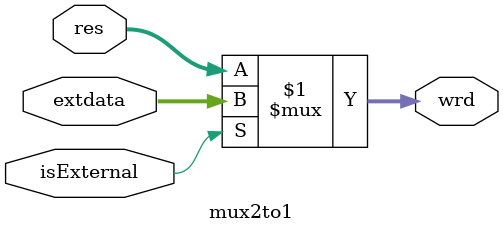
<source format=sv>
`timescale 1ns / 1ps


module mux2to1(
input logic [3:0] extdata,
input logic [3:0] res,
input logic isExternal,
output logic [3:0] wrd
    );
    assign wrd = isExternal ? extdata : res;
endmodule

</source>
